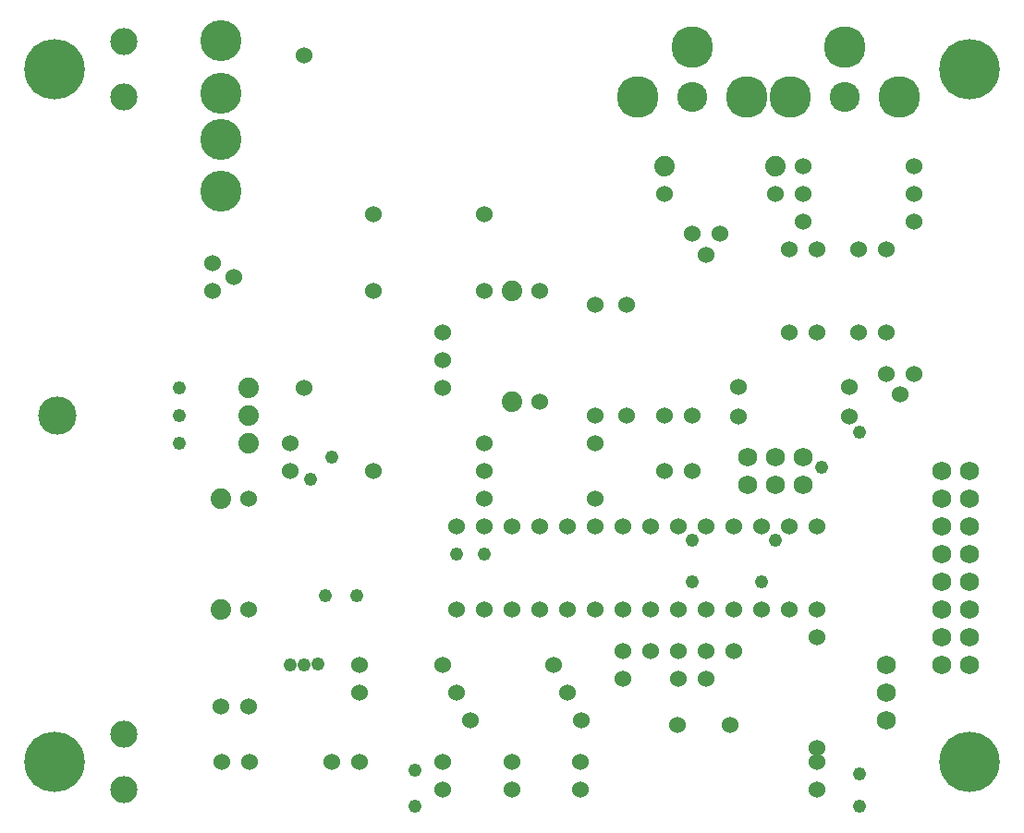
<source format=gbr>
G75*
G70*
%OFA0B0*%
%FSLAX24Y24*%
%IPPOS*%
%LPD*%
%AMOC8*
5,1,8,0,0,1.08239X$1,22.5*
%
%ADD10C,0.0980*%
%ADD11C,0.0600*%
%ADD12C,0.1480*%
%ADD13C,0.0740*%
%ADD14C,0.1380*%
%ADD15C,0.0680*%
%ADD16C,0.2180*%
%ADD17C,0.1084*%
%ADD18C,0.1504*%
%ADD19C,0.0480*%
D10*
X011843Y006842D03*
X011843Y008842D03*
X011843Y031842D03*
X011843Y033842D03*
D11*
X018343Y033342D03*
X020843Y027592D03*
X020843Y024842D03*
X023343Y023342D03*
X023343Y022342D03*
X023343Y021342D03*
X024843Y019342D03*
X024843Y018342D03*
X024843Y017342D03*
X024843Y016342D03*
X023843Y016342D03*
X025843Y016342D03*
X026843Y016342D03*
X027843Y016342D03*
X028843Y016342D03*
X028843Y017342D03*
X029843Y016342D03*
X030843Y016342D03*
X031843Y016342D03*
X032843Y016342D03*
X033843Y016342D03*
X034843Y016342D03*
X035843Y016342D03*
X036843Y016342D03*
X036843Y013342D03*
X036843Y012342D03*
X035843Y013342D03*
X034843Y013342D03*
X033843Y013342D03*
X032843Y013342D03*
X031843Y013342D03*
X030843Y013342D03*
X029843Y013342D03*
X028843Y013342D03*
X027843Y013342D03*
X026843Y013342D03*
X025843Y013342D03*
X024843Y013342D03*
X023843Y013342D03*
X023343Y011342D03*
X023843Y010342D03*
X024343Y009342D03*
X023343Y007842D03*
X023343Y006842D03*
X025843Y006842D03*
X025843Y007842D03*
X028293Y007842D03*
X028293Y006842D03*
X028343Y009342D03*
X027843Y010342D03*
X027343Y011342D03*
X029843Y011842D03*
X029843Y010842D03*
X030843Y011842D03*
X031843Y011842D03*
X031843Y010842D03*
X032843Y010842D03*
X032843Y011842D03*
X033843Y011842D03*
X033718Y009167D03*
X031818Y009167D03*
X036843Y008342D03*
X036843Y007842D03*
X036843Y006842D03*
X032343Y018342D03*
X031343Y018342D03*
X031343Y020342D03*
X032343Y020342D03*
X033993Y020292D03*
X034018Y021367D03*
X035843Y023342D03*
X036843Y023342D03*
X038343Y023342D03*
X039343Y023342D03*
X039343Y021842D03*
X039843Y021092D03*
X040343Y021842D03*
X038018Y021367D03*
X037993Y020292D03*
X038343Y026342D03*
X039343Y026342D03*
X040343Y027342D03*
X040343Y028342D03*
X040343Y029342D03*
X036343Y029342D03*
X036343Y028342D03*
X035343Y028342D03*
X036343Y027342D03*
X035843Y026342D03*
X036843Y026342D03*
X033343Y026892D03*
X032843Y026142D03*
X032343Y026892D03*
X031343Y028342D03*
X026843Y024842D03*
X024843Y024842D03*
X024843Y027592D03*
X028843Y024342D03*
X029968Y024342D03*
X026843Y020842D03*
X028843Y020342D03*
X028843Y019342D03*
X029968Y020342D03*
X020843Y018342D03*
X017843Y018342D03*
X017843Y019342D03*
X016343Y017342D03*
X016343Y013342D03*
X020343Y011342D03*
X020343Y010342D03*
X020343Y007842D03*
X019343Y007842D03*
X016368Y007817D03*
X015368Y007817D03*
X015343Y009842D03*
X016343Y009842D03*
X018343Y021342D03*
X015043Y024842D03*
X015793Y025342D03*
X015043Y025842D03*
D12*
X015343Y028422D03*
X015343Y030307D03*
X015343Y031977D03*
X015343Y033862D03*
D13*
X025843Y024842D03*
X025843Y020842D03*
X016343Y021342D03*
X016343Y020342D03*
X016343Y019342D03*
X015343Y017342D03*
X015343Y013342D03*
X031343Y029342D03*
X035343Y029342D03*
D14*
X009443Y020342D03*
D15*
X034343Y018842D03*
X035343Y018842D03*
X035343Y017842D03*
X034343Y017842D03*
X036343Y017842D03*
X036343Y018842D03*
X041343Y018342D03*
X042343Y018342D03*
X042343Y017342D03*
X041343Y017342D03*
X041343Y016342D03*
X041343Y015342D03*
X042343Y015342D03*
X042343Y016342D03*
X042343Y014342D03*
X041343Y014342D03*
X041343Y013342D03*
X041343Y012342D03*
X042343Y012342D03*
X042343Y013342D03*
X042343Y011342D03*
X041343Y011342D03*
X039343Y011342D03*
X039343Y010342D03*
X039343Y009342D03*
D16*
X009343Y007842D03*
X009343Y032842D03*
X042343Y032842D03*
X042343Y007842D03*
D17*
X037843Y031842D03*
X032343Y031842D03*
D18*
X030375Y031842D03*
X032343Y033613D03*
X034312Y031842D03*
X035875Y031842D03*
X037843Y033613D03*
X039812Y031842D03*
D19*
X038368Y019742D03*
X037018Y018467D03*
X035343Y015842D03*
X034843Y014342D03*
X032343Y014342D03*
X032343Y015842D03*
X024843Y015342D03*
X023843Y015342D03*
X020243Y013842D03*
X019093Y013842D03*
X018843Y011367D03*
X018343Y011342D03*
X017843Y011342D03*
X022343Y007542D03*
X022343Y006217D03*
X018568Y018042D03*
X019343Y018817D03*
X013843Y019342D03*
X013843Y020342D03*
X013843Y021342D03*
X038368Y007392D03*
X038368Y006217D03*
M02*

</source>
